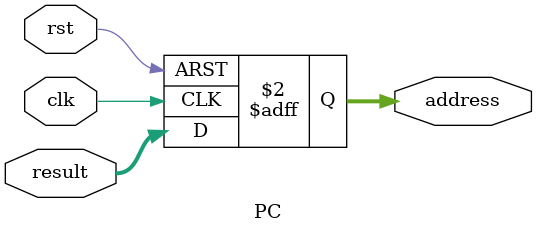
<source format=v>
module PC(
    input clk,
    input rst,
    input [31:0] result,
    output reg [31:0] address
);

    always @(posedge clk or posedge rst)
        begin
            if (rst)
                address <= 32'h0000_3000;
            else
                address <= result;
        end

endmodule
</source>
